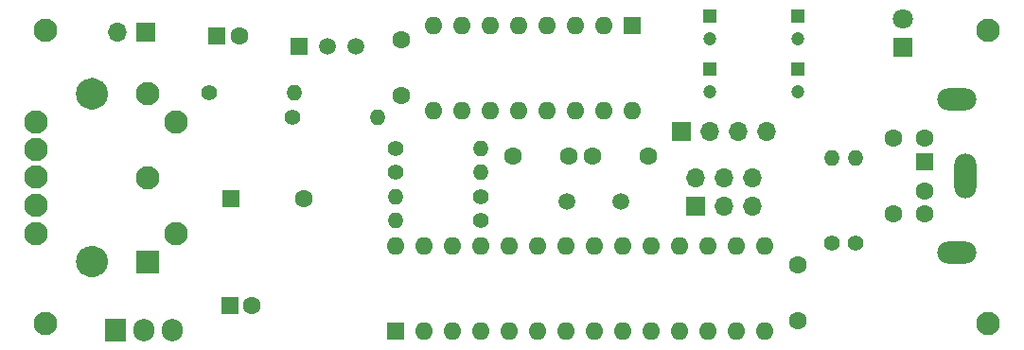
<source format=gbr>
%TF.GenerationSoftware,KiCad,Pcbnew,8.0.1*%
%TF.CreationDate,2024-05-13T00:47:24+01:00*%
%TF.ProjectId,TIMPS2Key,54494d50-5332-44b6-9579-2e6b69636164,rev?*%
%TF.SameCoordinates,Original*%
%TF.FileFunction,Soldermask,Bot*%
%TF.FilePolarity,Negative*%
%FSLAX46Y46*%
G04 Gerber Fmt 4.6, Leading zero omitted, Abs format (unit mm)*
G04 Created by KiCad (PCBNEW 8.0.1) date 2024-05-13 00:47:24*
%MOMM*%
%LPD*%
G01*
G04 APERTURE LIST*
%ADD10C,1.449000*%
%ADD11R,1.200000X1.200000*%
%ADD12C,1.200000*%
%ADD13C,2.390000*%
%ADD14R,2.100000X2.100000*%
%ADD15C,2.100000*%
%ADD16R,1.600000X1.600000*%
%ADD17C,1.600000*%
%ADD18O,3.500000X2.000000*%
%ADD19O,2.000000X4.000000*%
%ADD20C,1.400000*%
%ADD21O,1.400000X1.400000*%
%ADD22C,1.500000*%
%ADD23O,1.600000X1.600000*%
%ADD24R,1.700000X1.700000*%
%ADD25O,1.700000X1.700000*%
%ADD26R,1.800000X1.800000*%
%ADD27C,1.800000*%
%ADD28R,1.500000X1.500000*%
%ADD29R,1.905000X2.000000*%
%ADD30O,1.905000X2.000000*%
G04 APERTURE END LIST*
D10*
%TO.C,J1*%
X88914500Y-55470000D02*
G75*
G02*
X87465500Y-55470000I-724500J0D01*
G01*
X87465500Y-55470000D02*
G75*
G02*
X88914500Y-55470000I724500J0D01*
G01*
X88914500Y-70480000D02*
G75*
G02*
X87465500Y-70480000I-724500J0D01*
G01*
X87465500Y-70480000D02*
G75*
G02*
X88914500Y-70480000I724500J0D01*
G01*
%TD*%
D11*
%TO.C,C8*%
X151350000Y-53290000D03*
D12*
X151350000Y-55290000D03*
%TD*%
D13*
%TO.C,J1*%
X88190000Y-70480000D03*
X88190000Y-55470000D03*
D14*
X93200000Y-70480000D03*
D15*
X93200000Y-62975000D03*
X93200000Y-55470000D03*
X95690000Y-67980000D03*
X95690000Y-57970000D03*
X83193200Y-67980000D03*
X83193200Y-65475000D03*
X83193200Y-62924200D03*
X83193200Y-60475000D03*
X83193200Y-57970000D03*
%TD*%
D16*
%TO.C,J2*%
X162700000Y-61530000D03*
D17*
X162700000Y-64130000D03*
X162700000Y-59430000D03*
X162700000Y-66230000D03*
X159900000Y-59430000D03*
X159900000Y-66230000D03*
D18*
X165550000Y-69680000D03*
D19*
X166350000Y-62830000D03*
D18*
X165550000Y-55980000D03*
%TD*%
D20*
%TO.C,R2*%
X98680000Y-55350000D03*
D21*
X106300000Y-55350000D03*
%TD*%
D17*
%TO.C,C2*%
X151350000Y-75770000D03*
X151350000Y-70770000D03*
%TD*%
D20*
%TO.C,R4*%
X122980000Y-66800000D03*
D21*
X115360000Y-66800000D03*
%TD*%
D11*
%TO.C,C7*%
X143420000Y-48550000D03*
D12*
X143420000Y-50550000D03*
%TD*%
D22*
%TO.C,Y1*%
X130640000Y-65100000D03*
X135520000Y-65100000D03*
%TD*%
D20*
%TO.C,R5*%
X122980000Y-64650000D03*
D21*
X115360000Y-64650000D03*
%TD*%
D16*
%TO.C,U4*%
X115380000Y-76670000D03*
D23*
X117920000Y-76670000D03*
X120460000Y-76670000D03*
X123000000Y-76670000D03*
X125540000Y-76670000D03*
X128080000Y-76670000D03*
X130620000Y-76670000D03*
X133160000Y-76670000D03*
X135700000Y-76670000D03*
X138240000Y-76670000D03*
X140780000Y-76670000D03*
X143320000Y-76670000D03*
X145860000Y-76670000D03*
X148400000Y-76670000D03*
X148400000Y-69050000D03*
X145860000Y-69050000D03*
X143320000Y-69050000D03*
X140780000Y-69050000D03*
X138240000Y-69050000D03*
X135700000Y-69050000D03*
X133160000Y-69050000D03*
X130620000Y-69050000D03*
X128080000Y-69050000D03*
X125540000Y-69050000D03*
X123000000Y-69050000D03*
X120460000Y-69050000D03*
X117920000Y-69050000D03*
X115380000Y-69050000D03*
%TD*%
D17*
%TO.C,C9*%
X130840000Y-61050000D03*
X125840000Y-61050000D03*
%TD*%
D24*
%TO.C,J4*%
X140880000Y-58850000D03*
D25*
X143420000Y-58850000D03*
X145960000Y-58850000D03*
X148500000Y-58850000D03*
%TD*%
D15*
%TO.C,H3*%
X168350000Y-49810000D03*
%TD*%
D20*
%TO.C,R6*%
X154350000Y-68820000D03*
D21*
X154350000Y-61200000D03*
%TD*%
D26*
%TO.C,D1*%
X160700000Y-51275000D03*
D27*
X160700000Y-48735000D03*
%TD*%
D17*
%TO.C,C4*%
X115900000Y-50660000D03*
X115900000Y-55660000D03*
%TD*%
D20*
%TO.C,R3*%
X106090000Y-57550000D03*
D21*
X113710000Y-57550000D03*
%TD*%
D24*
%TO.C,J5*%
X142220000Y-65500000D03*
D25*
X142220000Y-62960000D03*
X144760000Y-65500000D03*
X144760000Y-62960000D03*
X147300000Y-65500000D03*
X147300000Y-62960000D03*
%TD*%
D28*
%TO.C,Q1*%
X106750000Y-51250000D03*
D22*
X109290000Y-51250000D03*
X111830000Y-51250000D03*
%TD*%
D24*
%TO.C,J3*%
X93000000Y-49930000D03*
D25*
X90460000Y-49930000D03*
%TD*%
D16*
%TO.C,BZ1*%
X100600000Y-64850000D03*
D17*
X107100000Y-64850000D03*
%TD*%
D15*
%TO.C,H2*%
X84030000Y-49810000D03*
%TD*%
%TO.C,H5*%
X168350000Y-76010000D03*
%TD*%
%TO.C,H4*%
X84030000Y-76010000D03*
%TD*%
D16*
%TO.C,C1*%
X99370000Y-50260000D03*
D17*
X101370000Y-50260000D03*
%TD*%
D29*
%TO.C,U3*%
X90280000Y-76650000D03*
D30*
X92820000Y-76650000D03*
X95360000Y-76650000D03*
%TD*%
D11*
%TO.C,C5*%
X143420000Y-53290000D03*
D12*
X143420000Y-55290000D03*
%TD*%
D16*
%TO.C,C3*%
X100500000Y-74400000D03*
D17*
X102500000Y-74400000D03*
%TD*%
D20*
%TO.C,R7*%
X115370000Y-60350000D03*
D21*
X122990000Y-60350000D03*
%TD*%
D16*
%TO.C,U2*%
X136520000Y-49360000D03*
D23*
X133980000Y-49360000D03*
X131440000Y-49360000D03*
X128900000Y-49360000D03*
X126360000Y-49360000D03*
X123820000Y-49360000D03*
X121280000Y-49360000D03*
X118740000Y-49360000D03*
X118740000Y-56980000D03*
X121280000Y-56980000D03*
X123820000Y-56980000D03*
X126360000Y-56980000D03*
X128900000Y-56980000D03*
X131440000Y-56980000D03*
X133980000Y-56980000D03*
X136520000Y-56980000D03*
%TD*%
D11*
%TO.C,C6*%
X151350000Y-48550000D03*
D12*
X151350000Y-50550000D03*
%TD*%
D17*
%TO.C,C10*%
X132990000Y-61050000D03*
X137990000Y-61050000D03*
%TD*%
D20*
%TO.C,R1*%
X156500000Y-68820000D03*
D21*
X156500000Y-61200000D03*
%TD*%
D20*
%TO.C,R8*%
X115370000Y-62500000D03*
D21*
X122990000Y-62500000D03*
%TD*%
M02*

</source>
